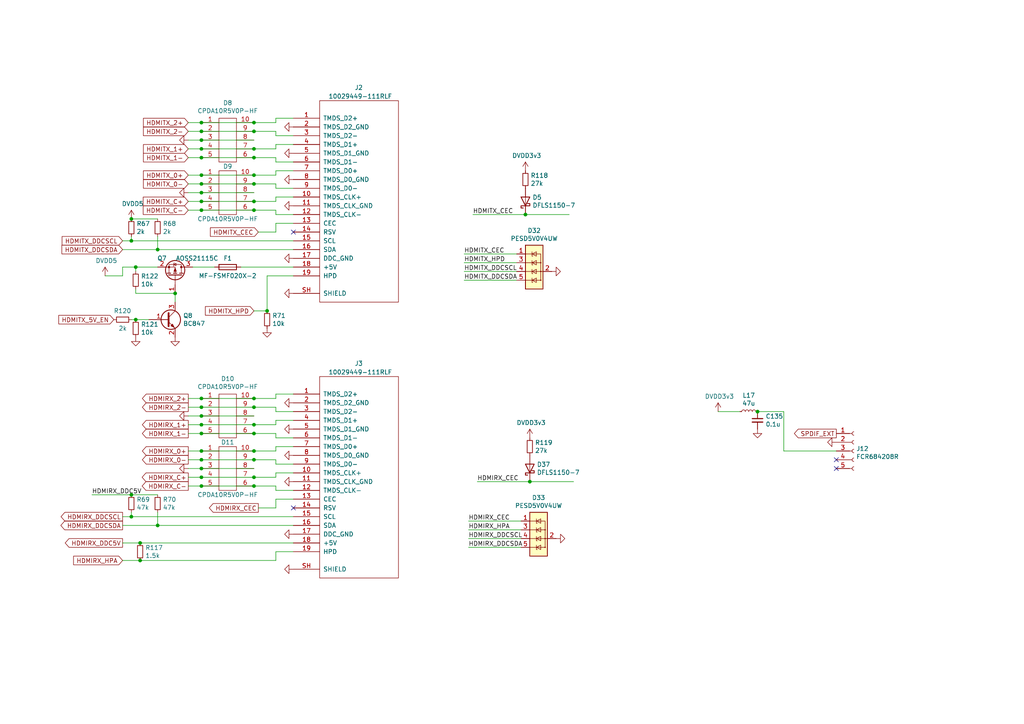
<source format=kicad_sch>
(kicad_sch (version 20250114) (generator "eeschema") (generator_version "9.0")
  (paper "A4")
  (title_block (title "OSSC Pro") (date "2024-05-26") (rev "1.6"))
  (lib_symbols
    (symbol "Connector:Conn_01x05_Female" (pin_names (offset 1.016) (hide yes))
      (property "Reference" "J" (at 0 7.62 0))
      (property "Value" "Conn_01x05_Female" (at 0 -7.62 0))
      (symbol "Conn_01x05_Female_1_1"
        (polyline (pts (xy -1.27 5.08) (xy -0.508 5.08)) (stroke (width 0.1524)))
        (polyline (pts (xy -1.27 2.54) (xy -0.508 2.54)) (stroke (width 0.1524)))
        (polyline (pts (xy -1.27 0) (xy -0.508 0)) (stroke (width 0.1524)))
        (polyline (pts (xy -1.27 -2.54) (xy -0.508 -2.54)) (stroke (width 0.1524)))
        (polyline (pts (xy -1.27 -5.08) (xy -0.508 -5.08)) (stroke (width 0.1524)))
        (arc (start 0 4.572) (mid -0.5058 5.08) (end 0 5.588) (stroke (width 0.1524)))
        (arc (start 0 2.032) (mid -0.5058 2.54) (end 0 3.048) (stroke (width 0.1524)))
        (arc (start 0 -0.508) (mid -0.5058 0) (end 0 0.508) (stroke (width 0.1524)))
        (arc (start 0 -3.048) (mid -0.5058 -2.54) (end 0 -2.032) (stroke (width 0.1524)))
        (arc (start 0 -5.588) (mid -0.5058 -5.08) (end 0 -4.572) (stroke (width 0.1524)))
        (pin passive line (at -5.08 5.08 0) (length 3.81) (name "Pin_1") (number "1"))
        (pin passive line (at -5.08 2.54 0) (length 3.81) (name "Pin_2") (number "2"))
        (pin passive line (at -5.08 0 0) (length 3.81) (name "Pin_3") (number "3"))
        (pin passive line (at -5.08 -2.54 0) (length 3.81) (name "Pin_4") (number "4"))
        (pin passive line (at -5.08 -5.08 0) (length 3.81) (name "Pin_5") (number "5"))
      )
    )
    (symbol "Device:C_Small" (pin_numbers (hide yes)) (pin_names (offset 0.254) (hide yes))
      (property "Reference" "C" (at 0.254 1.778 0))
      (property "Value" "C_Small" (at 0.254 -2.032 0))
      (symbol "C_Small_0_1"
        (polyline (pts (xy -1.524 0.508) (xy 1.524 0.508)) (stroke (width 0.3048)))
        (polyline (pts (xy -1.524 -0.508) (xy 1.524 -0.508)) (stroke (width 0.3302)))
      )
      (symbol "C_Small_1_1"
        (pin passive line (at 0 2.54 270) (length 2.032) (name "~") (number "1"))
        (pin passive line (at 0 -2.54 90) (length 2.032) (name "~") (number "2"))
      )
    )
    (symbol "Device:D_Schottky" (pin_numbers (hide yes)) (pin_names (offset 1.016) (hide yes))
      (property "Reference" "D" (at 0 2.54 0))
      (property "Value" "D_Schottky" (at 0 -2.54 0))
      (symbol "D_Schottky_0_1"
        (polyline (pts (xy -1.905 0.635) (xy -1.905 1.27) (xy -1.27 1.27) (xy -1.27 -1.27) (xy -0.635 -1.27) (xy -0.635 -0.635)) (stroke (width 0.254)))
        (polyline (pts (xy 1.27 1.27) (xy 1.27 -1.27) (xy -1.27 0) (xy 1.27 1.27)) (stroke (width 0.254)))
        (polyline (pts (xy 1.27 0) (xy -1.27 0)))
      )
      (symbol "D_Schottky_1_1"
        (pin passive line (at -3.81 0 0) (length 2.54) (name "K") (number "1"))
        (pin passive line (at 3.81 0 180) (length 2.54) (name "A") (number "2"))
      )
    )
    (symbol "Device:Fuse" (pin_numbers (hide yes)) (pin_names (offset 0))
      (property "Reference" "F" (at 2.032 0 90))
      (property "Value" "Fuse" (at -1.905 0 90))
      (symbol "Fuse_0_1"
        (rectangle (start -0.762 -2.54) (end 0.762 2.54) (stroke (width 0.254)))
        (polyline (pts (xy 0 2.54) (xy 0 -2.54)))
      )
      (symbol "Fuse_1_1"
        (pin passive line (at 0 3.81 270) (length 1.27) (name "~") (number "1"))
        (pin passive line (at 0 -3.81 90) (length 1.27) (name "~") (number "2"))
      )
    )
    (symbol "Device:L_Small" (pin_numbers (hide yes)) (pin_names (offset 0.254) (hide yes))
      (property "Reference" "L" (at 0.762 1.016 0))
      (property "Value" "L_Small" (at 0.762 -1.016 0))
      (symbol "L_Small_0_1"
        (arc (start 0 2.032) (mid 0.5058 1.524) (end 0 1.016))
        (arc (start 0 1.016) (mid 0.5058 0.508) (end 0 0))
        (arc (start 0 0) (mid 0.5058 -0.508) (end 0 -1.016))
        (arc (start 0 -1.016) (mid 0.5058 -1.524) (end 0 -2.032))
      )
      (symbol "L_Small_1_1"
        (pin passive line (at 0 2.54 270) (length 0.508) (name "~") (number "1"))
        (pin passive line (at 0 -2.54 90) (length 0.508) (name "~") (number "2"))
      )
    )
    (symbol "Device:Q_PMOS_GSD" (pin_names (offset 0) (hide yes))
      (property "Reference" "Q" (at 5.08 1.27 0))
      (property "Value" "Q_PMOS_GSD" (at 5.08 -1.27 0))
      (symbol "Q_PMOS_GSD_0_1"
        (polyline (pts (xy 0.254 1.905) (xy 0.254 -1.905)) (stroke (width 0.254)))
        (polyline (pts (xy 0.254 0) (xy -2.54 0)))
        (polyline (pts (xy 0.762 2.286) (xy 0.762 1.27)) (stroke (width 0.254)))
        (polyline (pts (xy 0.762 1.778) (xy 3.302 1.778) (xy 3.302 -1.778) (xy 0.762 -1.778)))
        (polyline (pts (xy 0.762 0.508) (xy 0.762 -0.508)) (stroke (width 0.254)))
        (polyline (pts (xy 0.762 -1.27) (xy 0.762 -2.286)) (stroke (width 0.254)))
        (circle (center 1.651 0) (radius 2.794) (stroke (width 0.254)))
        (polyline (pts (xy 2.286 0) (xy 1.27 0.381) (xy 1.27 -0.381) (xy 2.286 0)) (fill (type outline)))
        (polyline (pts (xy 2.54 2.54) (xy 2.54 1.778)))
        (circle (center 2.54 1.778) (radius 0.254) (fill (type outline)))
        (circle (center 2.54 -1.778) (radius 0.254) (fill (type outline)))
        (polyline (pts (xy 2.54 -2.54) (xy 2.54 0) (xy 0.762 0)))
        (polyline (pts (xy 2.794 -0.508) (xy 2.921 -0.381) (xy 3.683 -0.381) (xy 3.81 -0.254)))
        (polyline (pts (xy 3.302 -0.381) (xy 2.921 0.254) (xy 3.683 0.254) (xy 3.302 -0.381)))
      )
      (symbol "Q_PMOS_GSD_1_1"
        (pin input line (at -5.08 0 0) (length 2.54) (name "G") (number "1"))
        (pin passive line (at 2.54 5.08 270) (length 2.54) (name "D") (number "3"))
        (pin passive line (at 2.54 -5.08 90) (length 2.54) (name "S") (number "2"))
      )
    )
    (symbol "Device:R_Small" (pin_numbers (hide yes)) (pin_names (offset 0.254) (hide yes))
      (property "Reference" "R" (at 0.762 0.508 0))
      (property "Value" "R_Small" (at 0.762 -1.016 0))
      (symbol "R_Small_0_1"
        (rectangle (start -0.762 1.778) (end 0.762 -1.778) (stroke (width 0.2032)))
      )
      (symbol "R_Small_1_1"
        (pin passive line (at 0 2.54 270) (length 0.762) (name "~") (number "1"))
        (pin passive line (at 0 -2.54 90) (length 0.762) (name "~") (number "2"))
      )
    )
    (symbol "Transistor_BJT:BC847" (pin_names (offset 0) (hide yes))
      (property "Reference" "Q" (at 5.08 1.905 0))
      (property "Value" "BC847" (at 5.08 0 0))
      (symbol "BC847_0_1"
        (polyline (pts (xy 0.635 1.905) (xy 0.635 -1.905) (xy 0.635 -1.905)) (stroke (width 0.508)))
        (polyline (pts (xy 0.635 0.635) (xy 2.54 2.54)))
        (polyline (pts (xy 0.635 -0.635) (xy 2.54 -2.54) (xy 2.54 -2.54)))
        (circle (center 1.27 0) (radius 2.8194) (stroke (width 0.254)))
        (polyline (pts (xy 1.27 -1.778) (xy 1.778 -1.27) (xy 2.286 -2.286) (xy 1.27 -1.778) (xy 1.27 -1.778)) (fill (type outline)))
      )
      (symbol "BC847_1_1"
        (pin input line (at -5.08 0 0) (length 5.715) (name "B") (number "1"))
        (pin passive line (at 2.54 5.08 270) (length 2.54) (name "C") (number "3"))
        (pin passive line (at 2.54 -5.08 90) (length 2.54) (name "E") (number "2"))
      )
    )
    (symbol "custom_components:CPDA10R5V0P-HF" (pin_names (offset 1.016))
      (property "Reference" "D" (at 0 10.16 0))
      (property "Value" "CPDA10R5V0P-HF" (at 0 7.62 0))
      (symbol "CPDA10R5V0P-HF_0_1"
        (rectangle (start -2.54 6.35) (end 2.54 -6.35))
      )
      (symbol "CPDA10R5V0P-HF_1_1"
        (pin passive line (at -7.62 5.08 0) (length 5.08) (name "~") (number "1"))
        (pin passive line (at -7.62 2.54 0) (length 5.08) (name "~") (number "2"))
        (pin passive line (at -7.62 0 0) (length 5.08) (name "~") (number "3"))
        (pin passive line (at -7.62 -2.54 0) (length 5.08) (name "~") (number "4"))
        (pin passive line (at -7.62 -5.08 0) (length 5.08) (name "~") (number "5"))
        (pin passive line (at 7.62 5.08 180) (length 5.08) (name "~") (number "10"))
        (pin passive line (at 7.62 2.54 180) (length 5.08) (name "~") (number "9"))
        (pin passive line (at 7.62 0 180) (length 5.08) (name "~") (number "8"))
        (pin passive line (at 7.62 -2.54 180) (length 5.08) (name "~") (number "7"))
        (pin passive line (at 7.62 -5.08 180) (length 5.08) (name "~") (number "6"))
      )
    )
    (symbol "custom_components:DVDD3v3" (power) (pin_names (offset 0))
      (property "Value" "DVDD3v3" (at 0 3.556 0))
      (symbol "DVDD3v3_0_1"
        (polyline (pts (xy -0.762 1.27) (xy 0 2.54)))
        (polyline (pts (xy 0 2.54) (xy 0.762 1.27)))
        (polyline (pts (xy 0 0) (xy 0 2.54)))
      )
      (symbol "DVDD3v3_1_1"
        (pin power_in line (at 0 0 90) (length 0) (hide yes) (name "DVDD3v3") (number "1"))
      )
    )
    (symbol "custom_components:DVDD5" (power) (pin_names (offset 0))
      (property "Value" "DVDD5" (at 0 3.556 0))
      (symbol "DVDD5_0_1"
        (polyline (pts (xy -0.762 1.27) (xy 0 2.54)))
        (polyline (pts (xy 0 2.54) (xy 0.762 1.27)))
        (polyline (pts (xy 0 0) (xy 0 2.54)))
      )
      (symbol "DVDD5_1_1"
        (pin power_in line (at 0 0 90) (length 0) (hide yes) (name "DVDD5") (number "1"))
      )
    )
    (symbol "custom_components:HDMI_CONN" (pin_names (offset 1.016))
      (property "Reference" "U" (at 5.08 -10.16 0))
      (property "Value" "HDMI_CONN" (at 8.89 0 90))
      (symbol "HDMI_CONN_1_0"
        (rectangle (start -11.43 -30.48) (end 11.43 27.94))
      )
      (symbol "HDMI_CONN_1_1"
        (pin input line (at -19.05 22.86 0) (length 7.62) (name "TMDS_D2+") (number "1"))
        (pin power_in line (at -19.05 20.32 0) (length 7.62) (name "TMDS_D2_GND") (number "2"))
        (pin input line (at -19.05 17.78 0) (length 7.62) (name "TMDS_D2-") (number "3"))
        (pin input line (at -19.05 15.24 0) (length 7.62) (name "TMDS_D1+") (number "4"))
        (pin power_in line (at -19.05 12.7 0) (length 7.62) (name "TMDS_D1_GND") (number "5"))
        (pin input line (at -19.05 10.16 0) (length 7.62) (name "TMDS_D1-") (number "6"))
        (pin input line (at -19.05 7.62 0) (length 7.62) (name "TMDS_D0+") (number "7"))
        (pin power_in line (at -19.05 5.08 0) (length 7.62) (name "TMDS_D0_GND") (number "8"))
        (pin input line (at -19.05 2.54 0) (length 7.62) (name "TMDS_D0-") (number "9"))
        (pin input line (at -19.05 0 0) (length 7.62) (name "TMDS_CLK+") (number "10"))
        (pin power_in line (at -19.05 -2.54 0) (length 7.62) (name "TMDS_CLK_GND") (number "11"))
        (pin input line (at -19.05 -5.08 0) (length 7.62) (name "TMDS_CLK-") (number "12"))
        (pin input line (at -19.05 -7.62 0) (length 7.62) (name "CEC") (number "13"))
        (pin input line (at -19.05 -10.16 0) (length 7.62) (name "RSV") (number "14"))
        (pin input line (at -19.05 -12.7 0) (length 7.62) (name "SCL") (number "15"))
        (pin bidirectional line (at -19.05 -15.24 0) (length 7.62) (name "SDA") (number "16"))
        (pin power_in line (at -19.05 -17.78 0) (length 7.62) (name "DDC_GND") (number "17"))
        (pin passive line (at -19.05 -20.32 0) (length 7.62) (name "+5V") (number "18"))
        (pin passive line (at -19.05 -22.86 0) (length 7.62) (name "HPD") (number "19"))
        (pin power_in line (at -19.05 -27.94 0) (length 7.62) (name "SHIELD") (number "SH"))
      )
    )
    (symbol "custom_components:PESD5V0V4UW" (pin_names (hide yes))
      (property "Reference" "D" (at -5.08 -3.81 0))
      (property "Value" "PESD5V0V4UW" (at 2.54 -3.81 0))
      (symbol "PESD5V0V4UW_0_0"
        (pin passive line (at 0 -5.08 90) (length 2.54) (name "GND") (number "2"))
      )
      (symbol "PESD5V0V4UW_0_1"
        (rectangle (start -7.62 2.54) (end 5.08 -2.54) (stroke (width 0.254)) (fill (type background)))
        (polyline (pts (xy -5.715 0.635) (xy -4.445 0.635) (xy -4.445 0.381)))
        (polyline (pts (xy -5.715 -0.635) (xy -4.445 -0.635) (xy -5.08 0.635) (xy -5.715 -0.635)))
        (polyline (pts (xy -5.08 2.54) (xy -5.08 -1.905) (xy 2.54 -1.905) (xy 2.54 0) (xy 2.54 2.54)))
        (polyline (pts (xy -3.175 0.635) (xy -1.905 0.635) (xy -1.905 0.381)))
        (polyline (pts (xy -3.175 -0.635) (xy -1.905 -0.635) (xy -2.54 0.635) (xy -3.175 -0.635)))
        (polyline (pts (xy -2.54 2.54) (xy -2.54 -1.905)))
        (circle (center -2.54 -1.905) (radius 0.127))
        (polyline (pts (xy -0.635 0.635) (xy 0.635 0.635) (xy 0.635 0.381)))
        (polyline (pts (xy -0.635 -0.635) (xy 0.635 -0.635) (xy 0 0.635) (xy -0.635 -0.635)))
        (polyline (pts (xy 0 2.54) (xy 0 -2.54)))
        (circle (center 0 -1.905) (radius 0.127))
        (polyline (pts (xy 1.905 0.635) (xy 3.175 0.635) (xy 3.175 0.381)))
        (polyline (pts (xy 1.905 -0.635) (xy 3.175 -0.635) (xy 2.54 0.635) (xy 1.905 -0.635)))
        (circle (center 2.54 -1.905) (radius 0.127))
      )
      (symbol "PESD5V0V4UW_1_1"
        (pin passive line (at -5.08 5.08 270) (length 2.54) (name "IO1") (number "1"))
        (pin passive line (at -2.54 5.08 270) (length 2.54) (name "IO2") (number "3"))
        (pin passive line (at 0 5.08 270) (length 2.54) (name "IO3") (number "4"))
        (pin passive line (at 2.54 5.08 270) (length 2.54) (name "IO4") (number "5"))
      )
    )
    (symbol "power:GND" (power) (pin_names (offset 0))
      (property "Value" "GND" (at 0 -3.81 0))
      (symbol "GND_0_1"
        (polyline (pts (xy 0 0) (xy 0 -1.27) (xy 1.27 -1.27) (xy 0 -2.54) (xy -1.27 -1.27) (xy 0 -1.27)))
      )
      (symbol "GND_1_1"
        (pin power_in line (at 0 0 270) (length 0) (hide yes) (name "GND") (number "1"))
      )
    )
  )
  (junction (at 58.42 123.19))
  (junction (at 58.42 35.56))
  (junction (at 73.66 138.43))
  (junction (at 58.42 120.65))
  (junction (at 38.1 69.85))
  (junction (at 45.72 152.4))
  (junction (at 73.66 53.34))
  (junction (at 73.66 58.42))
  (junction (at 219.71 119.38))
  (junction (at 73.66 60.96))
  (junction (at 58.42 140.97))
  (junction (at 73.66 133.35))
  (junction (at 73.66 35.56))
  (junction (at 153.67 139.7))
  (junction (at 40.64 162.56))
  (junction (at 73.66 125.73))
  (junction (at 58.42 58.42))
  (junction (at 58.42 135.89))
  (junction (at 38.1 149.86))
  (junction (at 73.66 118.11))
  (junction (at 39.37 92.71))
  (junction (at 38.1 63.5))
  (junction (at 73.66 38.1))
  (junction (at 58.42 130.81))
  (junction (at 58.42 50.8))
  (junction (at 58.42 53.34))
  (junction (at 152.4 62.23))
  (junction (at 58.42 38.1))
  (junction (at 58.42 45.72))
  (junction (at 58.42 118.11))
  (junction (at 58.42 60.96))
  (junction (at 40.64 157.48))
  (junction (at 73.66 123.19))
  (junction (at 58.42 43.18))
  (junction (at 45.72 72.39))
  (junction (at 73.66 45.72))
  (junction (at 58.42 138.43))
  (junction (at 50.8 85.09))
  (junction (at 39.37 77.47))
  (junction (at 73.66 140.97))
  (junction (at 58.42 115.57))
  (junction (at 77.47 90.17))
  (junction (at 58.42 133.35))
  (junction (at 58.42 55.88))
  (junction (at 73.66 50.8))
  (junction (at 73.66 43.18))
  (junction (at 73.66 130.81))
  (junction (at 58.42 40.64))
  (junction (at 73.66 115.57))
  (junction (at 38.1 143.51))
  (junction (at 58.42 125.73))
  (no_connect (at 242.57 133.35))
  (no_connect (at 85.09 67.31))
  (no_connect (at 242.57 135.89))
  (no_connect (at 85.09 147.32))
  (wire (pts (xy 54.61 135.89) (xy 58.42 135.89)))
  (wire (pts (xy 45.72 63.5) (xy 38.1 63.5)))
  (wire (pts (xy 73.66 50.8) (xy 80.01 50.8)))
  (wire (pts (xy 85.09 62.23) (xy 80.01 62.23)))
  (wire (pts (xy 74.93 67.31) (xy 80.01 67.31)))
  (wire (pts (xy 85.09 46.99) (xy 80.01 46.99)))
  (wire (pts (xy 35.56 80.01) (xy 35.56 77.47)))
  (wire (pts (xy 227.33 130.81) (xy 227.33 119.38)))
  (wire (pts (xy 74.93 147.32) (xy 80.01 147.32)))
  (wire (pts (xy 80.01 147.32) (xy 80.01 144.78)))
  (wire (pts (xy 80.01 144.78) (xy 85.09 144.78)))
  (wire (pts (xy 38.1 69.85) (xy 85.09 69.85)))
  (wire (pts (xy 134.62 73.66) (xy 149.86 73.66)))
  (wire (pts (xy 80.01 160.02) (xy 85.09 160.02)))
  (wire (pts (xy 73.66 58.42) (xy 80.01 58.42)))
  (wire (pts (xy 80.01 134.62) (xy 80.01 133.35)))
  (wire (pts (xy 54.61 133.35) (xy 58.42 133.35)))
  (wire (pts (xy 85.09 134.62) (xy 80.01 134.62)))
  (wire (pts (xy 39.37 85.09) (xy 50.8 85.09)))
  (wire (pts (xy 58.42 133.35) (xy 73.66 133.35)))
  (wire (pts (xy 35.56 72.39) (xy 45.72 72.39)))
  (wire (pts (xy 135.89 151.13) (xy 151.13 151.13)))
  (wire (pts (xy 58.42 140.97) (xy 54.61 140.97)))
  (wire (pts (xy 80.01 142.24) (xy 80.01 140.97)))
  (wire (pts (xy 80.01 127) (xy 80.01 125.73)))
  (wire (pts (xy 58.42 40.64) (xy 73.66 40.64)))
  (wire (pts (xy 138.43 139.7) (xy 153.67 139.7)))
  (wire (pts (xy 80.01 53.34) (xy 73.66 53.34)))
  (wire (pts (xy 54.61 125.73) (xy 58.42 125.73)))
  (wire (pts (xy 80.01 34.29) (xy 85.09 34.29)))
  (wire (pts (xy 45.72 68.58) (xy 45.72 72.39)))
  (wire (pts (xy 38.1 149.86) (xy 85.09 149.86)))
  (wire (pts (xy 58.42 130.81) (xy 54.61 130.81)))
  (wire (pts (xy 45.72 152.4) (xy 85.09 152.4)))
  (wire (pts (xy 80.01 41.91) (xy 85.09 41.91)))
  (wire (pts (xy 73.66 45.72) (xy 58.42 45.72)))
  (wire (pts (xy 80.01 140.97) (xy 73.66 140.97)))
  (wire (pts (xy 35.56 149.86) (xy 38.1 149.86)))
  (wire (pts (xy 214.63 119.38) (xy 208.28 119.38)))
  (wire (pts (xy 135.89 158.75) (xy 151.13 158.75)))
  (wire (pts (xy 134.62 78.74) (xy 149.86 78.74)))
  (wire (pts (xy 80.01 49.53) (xy 85.09 49.53)))
  (wire (pts (xy 242.57 130.81) (xy 227.33 130.81)))
  (wire (pts (xy 58.42 120.65) (xy 73.66 120.65)))
  (wire (pts (xy 58.42 138.43) (xy 73.66 138.43)))
  (wire (pts (xy 152.4 62.23) (xy 165.1 62.23)))
  (wire (pts (xy 80.01 45.72) (xy 73.66 45.72)))
  (wire (pts (xy 85.09 54.61) (xy 80.01 54.61)))
  (wire (pts (xy 54.61 138.43) (xy 58.42 138.43)))
  (wire (pts (xy 77.47 90.17) (xy 73.66 90.17)))
  (wire (pts (xy 73.66 123.19) (xy 80.01 123.19)))
  (wire (pts (xy 135.89 153.67) (xy 151.13 153.67)))
  (wire (pts (xy 73.66 135.89) (xy 58.42 135.89)))
  (wire (pts (xy 58.42 50.8) (xy 54.61 50.8)))
  (wire (pts (xy 80.01 67.31) (xy 80.01 64.77)))
  (wire (pts (xy 69.85 77.47) (xy 85.09 77.47)))
  (wire (pts (xy 73.66 115.57) (xy 58.42 115.57)))
  (wire (pts (xy 227.33 119.38) (xy 219.71 119.38)))
  (wire (pts (xy 50.8 87.63) (xy 50.8 85.09)))
  (wire (pts (xy 85.09 142.24) (xy 80.01 142.24)))
  (wire (pts (xy 73.66 130.81) (xy 58.42 130.81)))
  (wire (pts (xy 80.01 115.57) (xy 80.01 114.3)))
  (wire (pts (xy 54.61 120.65) (xy 58.42 120.65)))
  (wire (pts (xy 58.42 43.18) (xy 73.66 43.18)))
  (wire (pts (xy 80.01 60.96) (xy 73.66 60.96)))
  (wire (pts (xy 134.62 76.2) (xy 149.86 76.2)))
  (wire (pts (xy 38.1 143.51) (xy 26.67 143.51)))
  (wire (pts (xy 135.89 156.21) (xy 151.13 156.21)))
  (wire (pts (xy 54.61 53.34) (xy 58.42 53.34)))
  (wire (pts (xy 80.01 162.56) (xy 80.01 160.02)))
  (wire (pts (xy 73.66 38.1) (xy 58.42 38.1)))
  (wire (pts (xy 58.42 35.56) (xy 54.61 35.56)))
  (wire (pts (xy 73.66 130.81) (xy 80.01 130.81)))
  (wire (pts (xy 54.61 45.72) (xy 58.42 45.72)))
  (wire (pts (xy 73.66 138.43) (xy 80.01 138.43)))
  (wire (pts (xy 80.01 118.11) (xy 73.66 118.11)))
  (wire (pts (xy 30.48 80.01) (xy 35.56 80.01)))
  (wire (pts (xy 35.56 152.4) (xy 45.72 152.4)))
  (wire (pts (xy 80.01 121.92) (xy 85.09 121.92)))
  (wire (pts (xy 80.01 43.18) (xy 80.01 41.91)))
  (wire (pts (xy 80.01 119.38) (xy 80.01 118.11)))
  (wire (pts (xy 54.61 55.88) (xy 58.42 55.88)))
  (wire (pts (xy 80.01 58.42) (xy 80.01 57.15)))
  (wire (pts (xy 80.01 64.77) (xy 85.09 64.77)))
  (wire (pts (xy 80.01 129.54) (xy 85.09 129.54)))
  (wire (pts (xy 54.61 40.64) (xy 58.42 40.64)))
  (wire (pts (xy 80.01 130.81) (xy 80.01 129.54)))
  (wire (pts (xy 62.23 77.47) (xy 55.88 77.47)))
  (wire (pts (xy 73.66 60.96) (xy 58.42 60.96)))
  (wire (pts (xy 35.56 77.47) (xy 39.37 77.47)))
  (wire (pts (xy 58.42 115.57) (xy 54.61 115.57)))
  (wire (pts (xy 73.66 35.56) (xy 58.42 35.56)))
  (wire (pts (xy 80.01 125.73) (xy 73.66 125.73)))
  (wire (pts (xy 134.62 81.28) (xy 149.86 81.28)))
  (wire (pts (xy 85.09 127) (xy 80.01 127)))
  (wire (pts (xy 54.61 38.1) (xy 58.42 38.1)))
  (wire (pts (xy 80.01 57.15) (xy 85.09 57.15)))
  (wire (pts (xy 40.64 157.48) (xy 85.09 157.48)))
  (wire (pts (xy 45.72 77.47) (xy 39.37 77.47)))
  (wire (pts (xy 58.42 123.19) (xy 73.66 123.19)))
  (wire (pts (xy 58.42 123.19) (xy 54.61 123.19)))
  (wire (pts (xy 45.72 148.59) (xy 45.72 152.4)))
  (wire (pts (xy 73.66 115.57) (xy 80.01 115.57)))
  (wire (pts (xy 58.42 53.34) (xy 73.66 53.34)))
  (wire (pts (xy 73.66 55.88) (xy 58.42 55.88)))
  (wire (pts (xy 80.01 46.99) (xy 80.01 45.72)))
  (wire (pts (xy 43.18 92.71) (xy 39.37 92.71)))
  (wire (pts (xy 80.01 123.19) (xy 80.01 121.92)))
  (wire (pts (xy 85.09 119.38) (xy 80.01 119.38)))
  (wire (pts (xy 85.09 39.37) (xy 80.01 39.37)))
  (wire (pts (xy 45.72 143.51) (xy 38.1 143.51)))
  (wire (pts (xy 77.47 80.01) (xy 77.47 90.17)))
  (wire (pts (xy 58.42 60.96) (xy 54.61 60.96)))
  (wire (pts (xy 73.66 50.8) (xy 58.42 50.8)))
  (wire (pts (xy 38.1 68.58) (xy 38.1 69.85)))
  (wire (pts (xy 73.66 125.73) (xy 58.42 125.73)))
  (wire (pts (xy 153.67 139.7) (xy 166.37 139.7)))
  (wire (pts (xy 80.01 114.3) (xy 85.09 114.3)))
  (wire (pts (xy 80.01 39.37) (xy 80.01 38.1)))
  (wire (pts (xy 39.37 77.47) (xy 39.37 78.74)))
  (wire (pts (xy 137.16 62.23) (xy 152.4 62.23)))
  (wire (pts (xy 80.01 133.35) (xy 73.66 133.35)))
  (wire (pts (xy 80.01 38.1) (xy 73.66 38.1)))
  (wire (pts (xy 38.1 148.59) (xy 38.1 149.86)))
  (wire (pts (xy 40.64 162.56) (xy 35.56 162.56)))
  (wire (pts (xy 73.66 35.56) (xy 80.01 35.56)))
  (wire (pts (xy 54.61 118.11) (xy 58.42 118.11)))
  (wire (pts (xy 80.01 137.16) (xy 85.09 137.16)))
  (wire (pts (xy 39.37 92.71) (xy 38.1 92.71)))
  (wire (pts (xy 40.64 157.48) (xy 35.56 157.48)))
  (wire (pts (xy 80.01 50.8) (xy 80.01 49.53)))
  (wire (pts (xy 80.01 54.61) (xy 80.01 53.34)))
  (wire (pts (xy 54.61 58.42) (xy 58.42 58.42)))
  (wire (pts (xy 80.01 35.56) (xy 80.01 34.29)))
  (wire (pts (xy 58.42 58.42) (xy 73.66 58.42)))
  (wire (pts (xy 73.66 43.18) (xy 80.01 43.18)))
  (wire (pts (xy 80.01 138.43) (xy 80.01 137.16)))
  (wire (pts (xy 35.56 69.85) (xy 38.1 69.85)))
  (wire (pts (xy 39.37 83.82) (xy 39.37 85.09)))
  (wire (pts (xy 45.72 72.39) (xy 85.09 72.39)))
  (wire (pts (xy 58.42 43.18) (xy 54.61 43.18)))
  (wire (pts (xy 85.09 80.01) (xy 77.47 80.01)))
  (wire (pts (xy 73.66 118.11) (xy 58.42 118.11)))
  (wire (pts (xy 40.64 162.56) (xy 80.01 162.56)))
  (wire (pts (xy 80.01 62.23) (xy 80.01 60.96)))
  (wire (pts (xy 73.66 140.97) (xy 58.42 140.97)))
  (label "HDMIRX_DDC5V" (at 26.67 143.51 0))
  (label "HDMIRX_CEC" (at 135.89 151.13 0))
  (label "HDMITX_DDCSCL" (at 134.62 78.74 0))
  (label "HDMIRX_DDCSDA" (at 135.89 158.75 0))
  (label "HDMITX_HPD" (at 134.62 76.2 0))
  (label "HDMIRX_HPA" (at 135.89 153.67 0))
  (label "HDMIRX_DDCSCL" (at 135.89 156.21 0))
  (label "HDMITX_CEC" (at 137.16 62.23 0))
  (label "HDMIRX_CEC" (at 138.43 139.7 0))
  (label "HDMITX_DDCSDA" (at 134.62 81.28 0))
  (label "HDMITX_CEC" (at 134.62 73.66 0))
  (global_label "HDMITX_5V_EN" (shape input) (at 33.02 92.71 180) (property "Intersheetrefs" "${INTERSHEET_REFS}" (effects (hide yes))))
  (global_label "HDMITX_1-" (shape input) (at 54.61 45.72 180) (property "Intersheetrefs" "${INTERSHEET_REFS}" (effects (hide yes))))
  (global_label "HDMITX_2-" (shape input) (at 54.61 38.1 180) (property "Intersheetrefs" "${INTERSHEET_REFS}" (effects (hide yes))))
  (global_label "HDMIRX_DDCSDA" (shape output) (at 35.56 152.4 180) (property "Intersheetrefs" "${INTERSHEET_REFS}" (effects (hide yes))))
  (global_label "HDMIRX_1-" (shape output) (at 54.61 125.73 180) (property "Intersheetrefs" "${INTERSHEET_REFS}" (effects (hide yes))))
  (global_label "HDMITX_CEC" (shape input) (at 74.93 67.31 180) (property "Intersheetrefs" "${INTERSHEET_REFS}" (effects (hide yes))))
  (global_label "HDMIRX_2-" (shape output) (at 54.61 118.11 180) (property "Intersheetrefs" "${INTERSHEET_REFS}" (effects (hide yes))))
  (global_label "SPDIF_EXT" (shape output) (at 242.57 125.73 180) (property "Intersheetrefs" "${INTERSHEET_REFS}" (effects (hide yes))))
  (global_label "HDMITX_0-" (shape input) (at 54.61 53.34 180) (property "Intersheetrefs" "${INTERSHEET_REFS}" (effects (hide yes))))
  (global_label "HDMIRX_C+" (shape output) (at 54.61 138.43 180) (property "Intersheetrefs" "${INTERSHEET_REFS}" (effects (hide yes))))
  (global_label "HDMITX_2+" (shape input) (at 54.61 35.56 180) (property "Intersheetrefs" "${INTERSHEET_REFS}" (effects (hide yes))))
  (global_label "HDMITX_DDCSDA" (shape input) (at 35.56 72.39 180) (property "Intersheetrefs" "${INTERSHEET_REFS}" (effects (hide yes))))
  (global_label "HDMITX_C+" (shape input) (at 54.61 58.42 180) (property "Intersheetrefs" "${INTERSHEET_REFS}" (effects (hide yes))))
  (global_label "HDMITX_0+" (shape input) (at 54.61 50.8 180) (property "Intersheetrefs" "${INTERSHEET_REFS}" (effects (hide yes))))
  (global_label "HDMIRX_0+" (shape output) (at 54.61 130.81 180) (property "Intersheetrefs" "${INTERSHEET_REFS}" (effects (hide yes))))
  (global_label "HDMITX_C-" (shape input) (at 54.61 60.96 180) (property "Intersheetrefs" "${INTERSHEET_REFS}" (effects (hide yes))))
  (global_label "HDMIRX_HPA" (shape input) (at 35.56 162.56 180) (property "Intersheetrefs" "${INTERSHEET_REFS}" (effects (hide yes))))
  (global_label "HDMITX_HPD" (shape input) (at 73.66 90.17 180) (property "Intersheetrefs" "${INTERSHEET_REFS}" (effects (hide yes))))
  (global_label "HDMITX_1+" (shape input) (at 54.61 43.18 180) (property "Intersheetrefs" "${INTERSHEET_REFS}" (effects (hide yes))))
  (global_label "HDMIRX_DDC5V" (shape output) (at 35.56 157.48 180) (property "Intersheetrefs" "${INTERSHEET_REFS}" (effects (hide yes))))
  (global_label "HDMIRX_2+" (shape output) (at 54.61 115.57 180) (property "Intersheetrefs" "${INTERSHEET_REFS}" (effects (hide yes))))
  (global_label "HDMIRX_C-" (shape output) (at 54.61 140.97 180) (property "Intersheetrefs" "${INTERSHEET_REFS}" (effects (hide yes))))
  (global_label "HDMIRX_DDCSCL" (shape output) (at 35.56 149.86 180) (property "Intersheetrefs" "${INTERSHEET_REFS}" (effects (hide yes))))
  (global_label "HDMIRX_0-" (shape output) (at 54.61 133.35 180) (property "Intersheetrefs" "${INTERSHEET_REFS}" (effects (hide yes))))
  (global_label "HDMITX_DDCSCL" (shape input) (at 35.56 69.85 180) (property "Intersheetrefs" "${INTERSHEET_REFS}" (effects (hide yes))))
  (global_label "HDMIRX_CEC" (shape output) (at 74.93 147.32 180) (property "Intersheetrefs" "${INTERSHEET_REFS}" (effects (hide yes))))
  (global_label "HDMIRX_1+" (shape output) (at 54.61 123.19 180) (property "Intersheetrefs" "${INTERSHEET_REFS}" (effects (hide yes))))
  (symbol (lib_id "Connector:Conn_01x05_Female") (at 247.65 130.81 0) (unit 1)
    (property "Reference" "J12" (at 248.3358 130.1496 0) (effects (justify left)))
    (property "Value" "FCR684208R" (at 248.3358 132.461 0) (effects (justify left)))
    (property "Footprint" "custom_components:FCR684208R" (effects (hide yes)))
  )
  (symbol (lib_id "custom_components:CPDA10R5V0P-HF") (at 66.04 40.64 0) (unit 1)
    (property "Reference" "D8" (at 66.04 29.845 0))
    (property "Value" "CPDA10R5V0P-HF" (at 66.04 32.1564 0))
    (property "Footprint" "Connector_PinHeader_2.54mm:PinHeader_2x05_P2.54mm_Vertical" (effects (hide yes)))
  )
  (symbol (lib_id "custom_components:CPDA10R5V0P-HF") (at 66.04 55.88 0) (unit 1)
    (property "Reference" "D9" (at 66.04 48.26 0))
    (property "Value" "CPDA10R5V0P-HF" (at 66.04 63.5 0))
    (property "Footprint" "Connector_PinHeader_2.54mm:PinHeader_2x05_P2.54mm_Vertical" (effects (hide yes)))
  )
  (symbol (lib_id "Device:R_Small") (at 38.1 66.04 0) (unit 1)
    (property "Reference" "R67" (at 39.5986 64.8716 0) (effects (justify left)))
    (property "Value" "2k" (at 39.5986 67.183 0) (effects (justify left)))
    (property "Footprint" "Resistor_SMD:R_0603_1608Metric" (effects (hide yes)))
  )
  (symbol (lib_id "Device:R_Small") (at 45.72 66.04 0) (unit 1)
    (property "Reference" "R68" (at 47.2186 64.8716 0) (effects (justify left)))
    (property "Value" "2k" (at 47.2186 67.183 0) (effects (justify left)))
    (property "Footprint" "Resistor_SMD:R_0603_1608Metric" (effects (hide yes)))
  )
  (symbol (lib_id "power:GND") (at 85.09 36.83 270) (unit 1)
    (property "Reference" "#PWR0472" (effects (hide yes)))
    (property "Value" "GND" (effects (hide yes)))
  )
  (symbol (lib_id "power:GND") (at 85.09 44.45 270) (unit 1)
    (property "Reference" "#PWR0473" (effects (hide yes)))
    (property "Value" "GND" (effects (hide yes)))
  )
  (symbol (lib_id "power:GND") (at 85.09 52.07 270) (unit 1)
    (property "Reference" "#PWR0474" (effects (hide yes)))
    (property "Value" "GND" (effects (hide yes)))
  )
  (symbol (lib_id "power:GND") (at 85.09 59.69 270) (unit 1)
    (property "Reference" "#PWR0475" (effects (hide yes)))
    (property "Value" "GND" (effects (hide yes)))
  )
  (symbol (lib_id "power:GND") (at 85.09 74.93 270) (unit 1)
    (property "Reference" "#PWR0476" (effects (hide yes)))
    (property "Value" "GND" (effects (hide yes)))
  )
  (symbol (lib_id "Device:D_Schottky") (at 152.4 58.42 90) (unit 1)
    (property "Reference" "D5" (at 154.432 57.2516 90) (effects (justify right)))
    (property "Value" "DFLS1150-7" (at 154.432 59.563 90) (effects (justify right)))
    (property "Footprint" "custom_components:DFLS1100-7" (effects (hide yes)))
  )
  (symbol (lib_id "Device:R_Small") (at 152.4 52.07 0) (unit 1)
    (property "Reference" "R118" (at 153.8986 50.9016 0) (effects (justify left)))
    (property "Value" "27k" (at 153.8986 53.213 0) (effects (justify left)))
    (property "Footprint" "Resistor_SMD:R_0402_1005Metric" (effects (hide yes)))
  )
  (symbol (lib_id "custom_components:DVDD3v3") (at 152.4 49.53 0) (unit 1)
    (property "Reference" "#PWR0477" (effects (hide yes)))
    (property "Value" "DVDD3v3" (at 152.781 45.1358 0))
  )
  (symbol (lib_id "custom_components:PESD5V0V4UW") (at 154.94 78.74 90) (mirror x) (unit 1)
    (property "Reference" "D32" (at 154.94 66.8782 90))
    (property "Value" "PESD5V0V4UW" (at 154.94 69.1896 90))
    (property "Footprint" "Package_TO_SOT_SMD:SOT-665" (effects (hide yes)))
  )
  (symbol (lib_id "power:GND") (at 160.02 78.74 90) (unit 1)
    (property "Reference" "#PWR0478" (effects (hide yes)))
    (property "Value" "GND" (effects (hide yes)))
  )
  (symbol (lib_id "Device:D_Schottky") (at 153.67 135.89 90) (unit 1)
    (property "Reference" "D37" (at 155.702 134.7216 90) (effects (justify right)))
    (property "Value" "DFLS1150-7" (at 155.702 137.033 90) (effects (justify right)))
    (property "Footprint" "custom_components:DFLS1100-7" (effects (hide yes)))
  )
  (symbol (lib_id "Device:R_Small") (at 153.67 129.54 0) (unit 1)
    (property "Reference" "R119" (at 155.1686 128.3716 0) (effects (justify left)))
    (property "Value" "27k" (at 155.1686 130.683 0) (effects (justify left)))
    (property "Footprint" "Resistor_SMD:R_0402_1005Metric" (effects (hide yes)))
  )
  (symbol (lib_id "custom_components:DVDD3v3") (at 153.67 127 0) (unit 1)
    (property "Reference" "#PWR0479" (effects (hide yes)))
    (property "Value" "DVDD3v3" (at 154.051 122.6058 0))
  )
  (symbol (lib_id "custom_components:PESD5V0V4UW") (at 156.21 156.21 90) (mirror x) (unit 1)
    (property "Reference" "D33" (at 156.21 144.3482 90))
    (property "Value" "PESD5V0V4UW" (at 156.21 146.6596 90))
    (property "Footprint" "Package_TO_SOT_SMD:SOT-665" (effects (hide yes)))
  )
  (symbol (lib_id "power:GND") (at 161.29 156.21 90) (unit 1)
    (property "Reference" "#PWR0480" (effects (hide yes)))
    (property "Value" "GND" (effects (hide yes)))
  )
  (symbol (lib_id "power:GND") (at 242.57 128.27 270) (unit 1)
    (property "Reference" "#PWR0481" (effects (hide yes)))
    (property "Value" "GND" (effects (hide yes)))
  )
  (symbol (lib_id "Device:C_Small") (at 219.71 121.92 0) (unit 1)
    (property "Reference" "C135" (at 222.0468 120.7516 0) (effects (justify left)))
    (property "Value" "0.1u" (at 222.0468 123.063 0) (effects (justify left)))
    (property "Footprint" "Capacitor_SMD:C_0402_1005Metric" (effects (hide yes)))
  )
  (symbol (lib_id "power:GND") (at 219.71 124.46 0) (unit 1)
    (property "Reference" "#PWR0482" (effects (hide yes)))
    (property "Value" "GND" (effects (hide yes)))
  )
  (symbol (lib_id "Device:L_Small") (at 217.17 119.38 90) (unit 1)
    (property "Reference" "L17" (at 217.17 114.681 90))
    (property "Value" "47u" (at 217.17 116.9924 90))
    (property "Footprint" "Inductor_SMD:L_0805_2012Metric" (effects (hide yes)))
  )
  (symbol (lib_id "custom_components:DVDD3v3") (at 208.28 119.38 0) (unit 1)
    (property "Reference" "#PWR0483" (effects (hide yes)))
    (property "Value" "DVDD3v3" (at 208.661 114.9858 0))
  )
  (symbol (lib_id "power:GND") (at 54.61 55.88 270) (unit 1)
    (property "Reference" "#PWR0484" (effects (hide yes)))
    (property "Value" "GND" (effects (hide yes)))
  )
  (symbol (lib_id "power:GND") (at 54.61 40.64 270) (unit 1)
    (property "Reference" "#PWR0485" (effects (hide yes)))
    (property "Value" "GND" (effects (hide yes)))
  )
  (symbol (lib_id "custom_components:DVDD5") (at 38.1 63.5 0) (unit 1)
    (property "Reference" "#PWR0486" (effects (hide yes)))
    (property "Value" "DVDD5" (at 38.481 59.1058 0))
  )
  (symbol (lib_id "power:GND") (at 85.09 116.84 270) (unit 1)
    (property "Reference" "#PWR0487" (effects (hide yes)))
    (property "Value" "GND" (effects (hide yes)))
  )
  (symbol (lib_id "power:GND") (at 85.09 124.46 270) (unit 1)
    (property "Reference" "#PWR0488" (effects (hide yes)))
    (property "Value" "GND" (effects (hide yes)))
  )
  (symbol (lib_id "power:GND") (at 85.09 132.08 270) (unit 1)
    (property "Reference" "#PWR0489" (effects (hide yes)))
    (property "Value" "GND" (effects (hide yes)))
  )
  (symbol (lib_id "power:GND") (at 85.09 139.7 270) (unit 1)
    (property "Reference" "#PWR0490" (effects (hide yes)))
    (property "Value" "GND" (effects (hide yes)))
  )
  (symbol (lib_id "power:GND") (at 85.09 154.94 270) (unit 1)
    (property "Reference" "#PWR0491" (effects (hide yes)))
    (property "Value" "GND" (effects (hide yes)))
  )
  (symbol (lib_id "custom_components:CPDA10R5V0P-HF") (at 66.04 120.65 0) (unit 1)
    (property "Reference" "D10" (at 66.04 109.855 0))
    (property "Value" "CPDA10R5V0P-HF" (at 66.04 112.1664 0))
    (property "Footprint" "Connector_PinHeader_2.54mm:PinHeader_2x05_P2.54mm_Vertical" (effects (hide yes)))
  )
  (symbol (lib_id "custom_components:CPDA10R5V0P-HF") (at 66.04 135.89 0) (unit 1)
    (property "Reference" "D11" (at 66.04 128.27 0))
    (property "Value" "CPDA10R5V0P-HF" (at 66.04 143.51 0))
    (property "Footprint" "Connector_PinHeader_2.54mm:PinHeader_2x05_P2.54mm_Vertical" (effects (hide yes)))
  )
  (symbol (lib_id "Device:R_Small") (at 38.1 146.05 0) (unit 1)
    (property "Reference" "R69" (at 39.5986 144.8816 0) (effects (justify left)))
    (property "Value" "47k" (at 39.5986 147.193 0) (effects (justify left)))
    (property "Footprint" "Resistor_SMD:R_0402_1005Metric" (effects (hide yes)))
  )
  (symbol (lib_id "Device:R_Small") (at 45.72 146.05 0) (unit 1)
    (property "Reference" "R70" (at 47.2186 144.8816 0) (effects (justify left)))
    (property "Value" "47k" (at 47.2186 147.193 0) (effects (justify left)))
    (property "Footprint" "Resistor_SMD:R_0402_1005Metric" (effects (hide yes)))
  )
  (symbol (lib_id "power:GND") (at 54.61 135.89 270) (unit 1)
    (property "Reference" "#PWR0492" (effects (hide yes)))
    (property "Value" "GND" (effects (hide yes)))
  )
  (symbol (lib_id "power:GND") (at 54.61 120.65 270) (unit 1)
    (property "Reference" "#PWR0493" (effects (hide yes)))
    (property "Value" "GND" (effects (hide yes)))
  )
  (symbol (lib_id "power:GND") (at 85.09 85.09 270) (unit 1)
    (property "Reference" "#PWR0494" (effects (hide yes)))
    (property "Value" "GND" (effects (hide yes)))
  )
  (symbol (lib_id "power:GND") (at 85.09 165.1 270) (unit 1)
    (property "Reference" "#PWR0495" (effects (hide yes)))
    (property "Value" "GND" (effects (hide yes)))
  )
  (symbol (lib_id "Device:Fuse") (at 66.04 77.47 270) (unit 1)
    (property "Reference" "F1" (at 66.04 74.93 90))
    (property "Value" "MF-FSMF020X-2" (at 66.04 80.01 90))
    (property "Footprint" "Fuse:Fuse_0603_1608Metric" (effects (hide yes)))
  )
  (symbol (lib_id "Device:R_Small") (at 77.47 92.71 0) (unit 1)
    (property "Reference" "R71" (at 78.9686 91.5416 0) (effects (justify left)))
    (property "Value" "10k" (at 78.9686 93.853 0) (effects (justify left)))
    (property "Footprint" "Resistor_SMD:R_0402_1005Metric" (effects (hide yes)))
  )
  (symbol (lib_id "power:GND") (at 77.47 95.25 0) (unit 1)
    (property "Reference" "#PWR0496" (effects (hide yes)))
    (property "Value" "GND" (effects (hide yes)))
  )
  (symbol (lib_id "Device:Q_PMOS_GSD") (at 50.8 80.01 270) (mirror x) (unit 1)
    (property "Reference" "Q7" (at 46.99 74.93 90))
    (property "Value" "AOSS21115C" (at 57.15 74.93 90))
    (property "Footprint" "Package_TO_SOT_SMD:SOT-23" (effects (hide yes)))
  )
  (symbol (lib_id "custom_components:HDMI_CONN") (at 104.14 57.15 0) (unit 1)
    (property "Reference" "J2" (at 102.87 25.4 0) (effects (justify left)))
    (property "Value" "10029449-111RLF" (at 95.25 27.94 0) (effects (justify left)))
    (property "Footprint" "custom_components:HDMI_CONN-10029449-111RLF" (effects (hide yes)))
    (property "Datasheet" "https://en.wikipedia.org/wiki/HDMI" (effects (hide yes)))
  )
  (symbol (lib_id "custom_components:HDMI_CONN") (at 104.14 137.16 0) (unit 1)
    (property "Reference" "J3" (at 102.87 105.41 0) (effects (justify left)))
    (property "Value" "10029449-111RLF" (at 95.25 107.95 0) (effects (justify left)))
    (property "Footprint" "custom_components:HDMI_CONN-10029449-111RLF" (effects (hide yes)))
    (property "Datasheet" "https://en.wikipedia.org/wiki/HDMI" (effects (hide yes)))
  )
  (symbol (lib_id "Device:R_Small") (at 39.37 81.28 0) (unit 1)
    (property "Reference" "R122" (at 40.8686 80.1116 0) (effects (justify left)))
    (property "Value" "10k" (at 40.8686 82.423 0) (effects (justify left)))
    (property "Footprint" "Resistor_SMD:R_0402_1005Metric" (effects (hide yes)))
  )
  (symbol (lib_id "custom_components:DVDD5") (at 30.48 80.01 0) (unit 1)
    (property "Reference" "#PWR0497" (effects (hide yes)))
    (property "Value" "DVDD5" (at 30.861 75.6158 0))
  )
  (symbol (lib_id "Transistor_BJT:BC847") (at 48.26 92.71 0) (unit 1)
    (property "Reference" "Q8" (at 53.1114 91.5416 0) (effects (justify left)))
    (property "Value" "BC847" (at 53.1114 93.853 0) (effects (justify left)))
    (property "Footprint" "Package_TO_SOT_SMD:SOT-23" (effects (hide yes)))
    (property "Datasheet" "http://www.infineon.com/dgdl/Infineon-BC847SERIES_BC848SERIES_BC849SERIES_BC850SERIES-DS-v01_01-en.pdf?fileId=db3a304314dca389011541d4630a1657" (effects (hide yes)))
  )
  (symbol (lib_id "power:GND") (at 50.8 97.79 0) (unit 1)
    (property "Reference" "#PWR0498" (effects (hide yes)))
    (property "Value" "GND" (effects (hide yes)))
  )
  (symbol (lib_id "Device:R_Small") (at 39.37 95.25 0) (unit 1)
    (property "Reference" "R121" (at 40.8686 94.0816 0) (effects (justify left)))
    (property "Value" "10k" (at 40.8686 96.393 0) (effects (justify left)))
    (property "Footprint" "Resistor_SMD:R_0402_1005Metric" (effects (hide yes)))
  )
  (symbol (lib_id "power:GND") (at 39.37 97.79 0) (unit 1)
    (property "Reference" "#PWR0499" (effects (hide yes)))
    (property "Value" "GND" (effects (hide yes)))
  )
  (symbol (lib_id "Device:R_Small") (at 35.56 92.71 90) (unit 1)
    (property "Reference" "R120" (at 38.1 90.17 90) (effects (justify left)))
    (property "Value" "2k" (at 36.83 95.25 90) (effects (justify left)))
    (property "Footprint" "Resistor_SMD:R_0603_1608Metric" (effects (hide yes)))
  )
  (symbol (lib_id "Device:R_Small") (at 40.64 160.02 0) (unit 1)
    (property "Reference" "R117" (at 42.1386 158.8516 0) (effects (justify left)))
    (property "Value" "1.5k" (at 42.1386 161.163 0) (effects (justify left)))
    (property "Footprint" "Resistor_SMD:R_0603_1608Metric" (effects (hide yes)))
  )
)
</source>
